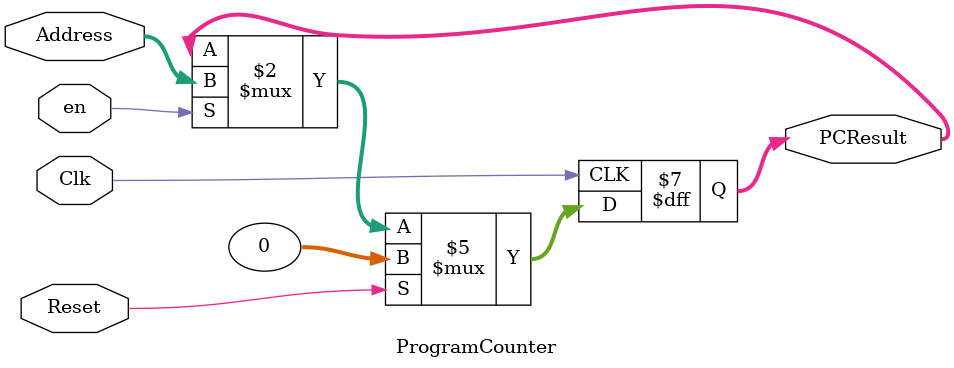
<source format=v>
`timescale 1ns / 1ps

module ProgramCounter(Address, PCResult, en, Reset, Clk);

	input [31:0] Address;
	input Reset, Clk;
	input en;
	(* mark_debug = "true" *) output reg [31:0] PCResult;

	always @(posedge Clk) begin
	   if(Reset) begin
	       PCResult <= 32'h00000000;
	   end
	   else begin
	       if(en) begin
	           PCResult <= Address;
	       end
	   end
	end

endmodule
</source>
